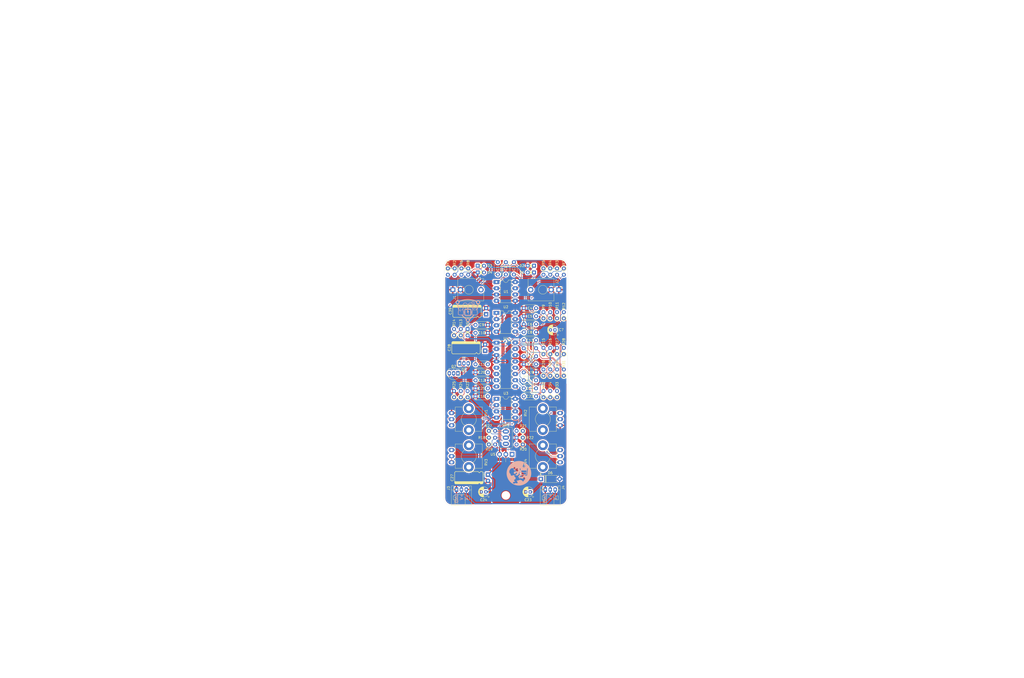
<source format=kicad_pcb>
(kicad_pcb (version 20241229) (generator "pcbnew") (generator_version "9.0")
  (layers (0 "F.Cu" signal) (2 "B.Cu" signal) (13 "F.Paste" user) (15 "B.Paste" user) (5 "F.SilkS" user "F.Silkscreen") (7 "B.SilkS" user "B.Silkscreen") (1 "F.Mask" user) (3 "B.Mask" user) (25 "Edge.Cuts" user))
  (net 0 "")
  (net 1 "Net-(C1-Pad1)")
  (net 2 "Net-(C1-Pad2)")
  (net 3 "Net-(C2-Pad1)")
  (net 4 "Net-(U1A--)")
  (net 5 "Net-(U1B--)")
  (net 6 "Net-(C6-Pad1)")
  (net 7 "GND")
  (net 8 "Net-(C5-Pad1)")
  (net 9 "Net-(U2A-+)")
  (net 10 "Net-(U2A--)")
  (net 11 "D IN")
  (net 12 "Net-(C9-Pad1)")
  (net 13 "Net-(C10-Pad1)")
  (net 14 "Net-(U2B-+)")
  (net 15 "Net-(C13-Pad2)")
  (net 16 "+5V")
  (net 17 "Net-(C13-Pad1)")
  (net 18 "Net-(U3A--)")
  (net 19 "Net-(U4-REF)")
  (net 20 "Net-(U4-CC1)")
  (net 21 "Net-(U4-CC0)")
  (net 22 "Net-(U4-LPF1-IN)")
  (net 23 "Net-(U4-LPF1-OUT)")
  (net 24 "Net-(SW1-B)")
  (net 25 "Net-(U4-LPF2-IN)")
  (net 26 "Net-(U4-OP2-OUT)")
  (net 27 "Net-(U4-OP2-IN)")
  (net 28 "Net-(U4-OP1-OUT)")
  (net 29 "Net-(C19-Pad1)")
  (net 30 "Net-(D6-K)")
  (net 31 "Net-(Q2-B)")
  (net 32 "Net-(SW1-A)")
  (net 33 "D OUT")
  (net 34 "Net-(D5-A)")
  (net 35 "Net-(D1-A)")
  (net 36 "Net-(D1-K)")
  (net 37 "Net-(D3-A)")
  (net 38 "VDD")
  (net 39 "Net-(J2-PadT)")
  (net 40 "VSS")
  (net 41 "TIME")
  (net 42 "Net-(Q1-E)")
  (net 43 "Net-(Q2-E)")
  (net 44 "DELAY")
  (net 45 "FEEDBACK")
  (net 46 "Net-(R15-Pad2)")
  (net 47 "Net-(U2B--)")
  (net 48 "Net-(R21-Pad1)")
  (net 49 "Net-(R22-Pad1)")
  (net 51 "Net-(U4-OP1-IN)")
  (net 52 "Net-(U3B-+)")
  (net 53 "Net-(U3A-+)")
  (net 54 "Net-(U3B--)")
  (net 56 "Net-(C3-Pad2)")
  (net 57 "Net-(R19-Pad1)")
  (net 58 "Net-(C8-Pad2)")
  (footprint "HackSynth:R_Vertical_P2.54mm" (layer "F.Cu") (at 131.75 106.1305 90)
    (property "Reference" "R24")
    (property "Value" "4.7k")
  )
  (footprint "HackSynth:TO-92_Inline - Handsolder" (layer "F.Cu") (at 130.100001 96.390001 180)
    (property "Reference" "Q2")
    (property "Value" "BC337")
  )
  (footprint "HackSynth:R_Vertical_P2.54mm" (layer "F.Cu") (at 156.8805 125.25 180)
    (property "Reference" "R20")
    (property "Value" "56k")
  )
  (footprint "HackSynth:C_Ceramic_D4.5mm_P5.00mm" (layer "F.Cu") (at 157.25 102.5)
    (property "Reference" "C15")
    (property "Value" "100nF")
  )
  (footprint "HackSynth:C_Ceramic_D4.5mm_P5.00mm" (layer "F.Cu") (at 142.700001 105.75 180)
    (property "Reference" "C16")
    (property "Value" "2µ2")
  )
  (footprint "HackSynth:Module 50x100mm" (layer "F.Cu") (at 150 100)
    (property "Reference" "REF**" (hide yes))
    (property "Value" "Untitled" (hide yes))
    (fp_line (start -24.999999 -47) (end -25 47) (stroke (width 0.05)) (layer "Edge.Cuts"))
    (fp_line (start -21.999999 49.999999) (end 22 50) (stroke (width 0.05)) (layer "Edge.Cuts"))
    (fp_line (start 22 -50) (end -21.999999 -50) (stroke (width 0.05)) (layer "Edge.Cuts"))
    (fp_line (start 25 47) (end 25 -47) (stroke (width 0.05)) (layer "Edge.Cuts"))
    (fp_arc (start -25 -47) (mid -24.12132 -49.12132) (end -22 -50) (stroke (width 0.05)) (layer "Edge.Cuts"))
    (fp_arc (start -22 50) (mid -24.12132 49.12132) (end -25 47) (stroke (width 0.05)) (layer "Edge.Cuts"))
    (fp_arc (start 22 -50) (mid 24.12132 -49.12132) (end 25 -47) (stroke (width 0.05)) (layer "Edge.Cuts"))
    (fp_arc (start 25 47) (mid 24.12132 49.12132) (end 22 50) (stroke (width 0.05)) (layer "Edge.Cuts"))
  )
  (footprint "HackSynth:R_Vertical_P2.54mm" (layer "F.Cu") (at 167.999999 74.1305 90)
    (property "Reference" "R10")
    (property "Value" "33k")
  )
  (footprint "HackSynth:Jack_3.5mm" (layer "F.Cu") (at 165 62.5 90)
    (property "Reference" "J2")
    (property "Value" "OUT")
  )
  (footprint "HackSynth:C_Ceramic_D4.5mm_P5.00mm" (layer "F.Cu") (at 137.700001 99.25)
    (property "Reference" "C12")
    (property "Value" "1µF")
  )
  (footprint "HackSynth:CP_Radial_D5.2mm_P2.50mm_LayDown_Mirror" (layer "F.Cu") (at 142.75 138.75 90)
    (property "Reference" "C27")
    (property "Value" "10µF")
  )
  (footprint "HackSynth:C_Ceramic_D4.5mm_P5.00mm" (layer "F.Cu") (at 157.25 86.25)
    (property "Reference" "C14")
    (property "Value" "2.2nF")
  )
  (footprint "HackSynth:C_Ceramic_D4.5mm_P5.00mm" (layer "F.Cu") (at 157.25 83)
    (property "Reference" "C13")
    (property "Value" "1µF")
  )
  (footprint "HackSynth:C_Ceramic_D4.5mm_P5.00mm" (layer "F.Cu") (at 162.25 73.25 180)
    (property "Reference" "C5")
    (property "Value" "2.2nF")
  )
  (footprint "HackSynth:D_Vertical_P2.54mm" (layer "F.Cu") (at 158.8695 52.75)
    (property "Reference" "D2")
    (property "Value" "1N4148")
  )
  (footprint "HackSynth:C_Ceramic_D4.5mm_P5.00mm" (layer "F.Cu") (at 162.25 76.5 180)
    (property "Reference" "C6")
    (property "Value" "680pF")
  )
  (footprint "HackSynth:R_Vertical_P2.54mm" (layer "F.Cu") (at 170.75 97.3805 90)
    (property "Reference" "R30")
    (property "Value" "10k")
  )
  (footprint "HackSynth:R_Vertical_P2.54mm" (layer "F.Cu") (at 168 53.8695 -90)
    (property "Reference" "R4")
    (property "Value" "22k")
  )
  (footprint "HackSynth:CP_Radial_D5.2mm_P2.50mm_LayDown" (layer "F.Cu") (at 141.6 86 90)
    (property "Reference" "C28")
    (property "Value" "47µF")
  )
  (footprint "HackSynth:R_Vertical_P2.54mm" (layer "F.Cu") (at 173.5 53.8695 -90)
    (property "Reference" "R7")
    (property "Value" "1k")
  )
  (footprint "HackSynth:L7805 - TO-220-3_Horizontal_TabDown" (layer "F.Cu") (at 150 129.25 180)
    (property "Reference" "U5")
    (property "Value" "L7805")
  )
  (footprint "HackSynth:D_Vertical_P2.54mm" (layer "F.Cu") (at 158.8695 55.5)
    (property "Reference" "D1")
    (property "Value" "1N4148")
  )
  (footprint "HackSynth:JST_PH_S3B-PH-K_1x03_P2.00mm_Horizontal" (layer "F.Cu") (at 166 143.55)
    (property "Reference" "J4")
    (property "Value" "Conn_01x03")
  )
  (footprint "HackSynth:R_Vertical_P2.54mm" (layer "F.Cu") (at 168 88.6305 90)
    (property "Reference" "R16")
    (property "Value" "56k")
  )
  (footprint "HackSynth:R_Vertical_P2.54mm" (layer "F.Cu") (at 165.25 88.6305 90)
    (property "Reference" "R15")
    (property "Value" "100k")
  )
  (footprint "HackSynth:JST_PH_S3B-PH-K_1x03_P2.00mm_Horizontal" (layer "F.Cu") (at 130 143.55)
    (property "Reference" "J3")
    (property "Value" "Conn_01x03")
  )
  (footprint "HackSynth:C_Ceramic_D4.5mm_P5.00mm" (layer "F.Cu") (at 150 56.3195 90)
    (property "Reference" "C2")
    (property "Value" "68pF")
  )
  (footprint "HackSynth:Jack_3.5mm" (layer "F.Cu") (at 135 62.5 -90)
    (property "Reference" "J1")
    (property "Value" "IN")
  )
  (footprint "HackSynth:C_Ceramic_D4.5mm_P5.00mm" (layer "F.Cu") (at 162.25 79.75 180)
    (property "Reference" "C8")
    (property "Value" "2.2nF")
  )
  (footprint "HackSynth:R_Vertical_P2.54mm" (layer "F.Cu") (at 168 97.3805 90)
    (property "Reference" "R29")
    (property "Value" "100k")
  )
  (footprint "HackSynth:R_Vertical_P2.54mm" (layer "F.Cu") (at 170.75 88.6305 90)
    (property "Reference" "R17")
    (property "Value" "1M")
  )
  (footprint "HackSynth:R_Vertical_P2.54mm" (layer "F.Cu") (at 173.5 88.6305 90)
    (property "Reference" "R28")
    (property "Value" "10k")
  )
  (footprint "HackSynth:DIP-8_W7.62mm_LongPads" (layer "F.Cu") (at 149.99 75.69)
    (property "Reference" "U2")
    (property "Value" "TL072")
  )
  (footprint "HackSynth:R_Vertical_P2.54mm" (layer "F.Cu") (at 129.25 53.8695 -90)
    (property "Reference" "R2")
    (property "Value" "100k")
  )
  (footprint "HackSynth:R_Vertical_P2.54mm" (layer "F.Cu") (at 165.25 106.1305 90)
    (property "Reference" "R32")
    (property "Value" "10k")
  )
  (footprint "HackSynth:C_Ceramic_D4.5mm_P5.00mm" (layer "F.Cu") (at 146.75 51.3195 -90)
    (property "Reference" "C1")
    (property "Value" "220nF")
  )
  (footprint "HackSynth:Potentiometer_Alps_RK09K_Horizontal" (layer "F.Cu") (at 135 115 -90)
    (property "Reference" "RV1")
    (property "Value" "10k")
  )
  (footprint "HackSynth:C_Ceramic_D4.5mm_P5.00mm" (layer "F.Cu") (at 162.25 92.75 180)
    (property "Reference" "C21")
    (property "Value" "10nF")
  )
  (footprint "HackSynth:C_Ceramic_D4.5mm_P5.00mm" (layer "F.Cu") (at 142.700001 96 180)
    (property "Reference" "C20")
    (property "Value" "100nF")
  )
  (footprint "HackSynth:R_Vertical_P2.54mm" (layer "F.Cu") (at 129 106.1305 90)
    (property "Reference" "R25")
    (property "Value" "220R")
  )
  (footprint "HackSynth:C_Ceramic_D4.5mm_P5.00mm" (layer "F.Cu") (at 137.700001 76.75)
    (property "Reference" "C9")
    (property "Value" "680pF")
  )
  (footprint "HackSynth:Potentiometer_Alps_RK09K_Horizontal" (layer "F.Cu") (at 135 130 -90)
    (property "Reference" "RV3")
    (property "Value" "1M")
  )
  (footprint "HackSynth:R_Vertical_P2.54mm" (layer "F.Cu") (at 165.25 74.1305 90)
    (property "Reference" "R9")
    (property "Value" "10k")
  )
  (footprint "HackSynth:R_Vertical_P2.54mm" (layer "F.Cu") (at 173.5 97.3805 90)
    (property "Reference" "R31")
    (property "Value" "15k")
  )
  (footprint "HackSynth:TO-92_Inline - Handsolder" (layer "F.Cu") (at 131.73 92.36)
    (property "Reference" "Q1")
    (property "Value" "BC337")
  )
  (footprint "HackSynth:D_A-405_P7.62mm_Horizontal" (layer "F.Cu") (at 164.19 139.25)
    (property "Reference" "D6")
    (property "Value" "1N4002")
  )
  (footprint "HackSynth:R_Vertical_P2.54mm" (layer "F.Cu") (at 170.75 106.1305 90)
    (property "Reference" "R33")
    (property "Value" "10k")
  )
  (footprint "HackSynth:C_Ceramic_D4.5mm_P5.00mm" (layer "F.Cu") (at 157.25 89.5)
    (property "Reference" "C18")
    (property "Value" "2.2nF")
  )
  (footprint "HackSynth:R_Vertical_P2.54mm" (layer "F.Cu") (at 143.1195 119.75)
    (property "Reference" "R27")
    (property "Value" "10k")
  )
  (footprint "HackSynth:R_Vertical_P2.54mm" (layer "F.Cu") (at 165.25 53.8695 -90)
    (property "Reference" "R5")
    (property "Value" "100k")
  )
  (footprint "HackSynth:R_Vertical_P2.54mm" (layer "F.Cu") (at 156.8805 122.5 180)
    (property "Reference" "R22")
    (property "Value" "4.7k")
  )
  (footprint "HackSynth:C_Ceramic_D4.5mm_P5.00mm" (layer "F.Cu") (at 162.25 105.75 180)
    (property "Reference" "C22")
    (property "Value" "1µF")
  )
  (footprint "HackSynth:R_Vertical_P2.54mm" (layer "F.Cu") (at 129 81 90)
    (property "Reference" "R14")
    (property "Value" "100k")
  )
  (footprint "HackSynth:C_Ceramic_D4.5mm_P5.00mm" (layer "F.Cu") (at 137.700001 92.75)
    (property "Reference" "C11")
    (property "Value" "10nF")
  )
  (footprint "HackSynth:CP_Radial_D4.0mm_P1.50mm" (layer "F.Cu") (at 169 78.8 180)
    (property "Reference" "C7")
    (property "Value" "1uF")
  )
  (footprint "HackSynth:R_Vertical_P2.54mm" (layer "F.Cu") (at 134.75 53.8695 -90)
    (property "Reference" "R8")
    (property "Value" "1k")
  )
  (footprint "HackSynth:R_Vertical_P2.54mm" (layer "F.Cu") (at 143.1195 122.5)
    (property "Reference" "R18")
    (property "Value" "10k")
  )
  (footprint "HackSynth:C_Ceramic_D4.5mm_P5.00mm" (layer "F.Cu") (at 153.25 51.3195 -90)
    (property "Reference" "C3")
    (property "Value" "68pF")
  )
  (footprint "HackSynth:DIP-8_W7.62mm_LongPads" (layer "F.Cu") (at 150 110.56)
    (property "Reference" "U3")
    (property "Value" "TL072")
  )
  (footprint "HackSynth:Potentiometer_Alps_RK09K_Horizontal" (layer "F.Cu") (at 165 130 90)
    (property "Reference" "RV4")
    (property "Value" "10k")
  )
  (footprint "HackSynth:C_Ceramic_D4.5mm_P5.00mm" (layer "F.Cu") (at 137.700001 80)
    (property "Reference" "C10")
    (property "Value" "220pF")
  )
  (footprint "HackSynth:C_Ceramic_D4.5mm_P5.00mm" (layer "F.Cu") (at 142.700001 102.5 180)
    (property "Reference" "C25")
    (property "Value" "100nF")
  )
  (footprint "HackSynth:Switch SPDT - SMTS-102" (layer "F.Cu") (at 150 122.5)
    (property "Reference" "SW1")
    (property "Value" "SW_SPDT" (hide yes))
  )
  (footprint "HackSynth:CP_Radial_D4.0mm_P1.50mm" (layer "F.Cu") (at 159 144.5 180)
    (property "Reference" "C23")
    (property "Value" "10uF 25v")
  )
  (footprint "HackSynth:C_Ceramic_D4.5mm_P5.00mm" (layer "F.Cu") (at 162.25 70 180)
    (property "Reference" "C4")
    (property "Value" "220pF")
  )
  (footprint "HackSynth:C_Ceramic_D4.5mm_P5.00mm" (layer "F.Cu") (at 157.25 99.25)
    (property "Reference" "C17")
    (property "Value" "100nF")
  )
  (footprint "HackSynth:R_Vertical_P2.54mm" (layer "F.Cu") (at 156.8805 119.75 180)
    (property "Reference" "R21")
    (property "Value" "10k")
  )
  (footprint "HackSynth:D_Vertical_P2.54mm" (layer "F.Cu") (at 141.1305 52.75 180)
    (property "Reference" "D3")
    (property "Value" "1N4148")
  )
  (footprint "HackSynth:R_Vertical_P2.54mm" (layer "F.Cu") (at 126.5 53.8695 -90)
    (property "Reference" "R1")
    (property "Value" "100k")
  )
  (footprint "HackSynth:R_Vertical_P2.54mm" (layer "F.Cu") (at 173.5 74.1305 90)
    (property "Reference" "R12")
    (property "Value" "10k")
  )
  (footprint "HackSynth:R_Vertical_P2.54mm" (layer "F.Cu") (at 170.749999 74.1305 90)
    (property "Reference" "R11")
    (property "Value" "100k")
  )
  (footprint "HackSynth:R_Vertical_P2.54mm" (layer "F.Cu") (at 165.25 97.3805 90)
    (property "Reference" "R26")
    (property "Value" "10k")
  )
  (footprint "HackSynth:R_Vertical_P2.54mm" (layer "F.Cu") (at 132 53.8695 -90)
    (property "Reference" "R6")
    (property "Value" "22k")
  )
  (footprint "HackSynth:CP_Radial_D4.0mm_P1.50mm" (layer "F.Cu") (at 141 144.5 180)
    (property "Reference" "C24")
    (property "Value" "1uF 50v")
  )
  (footprint "HackSynth:D_Vertical_P2.54mm" (layer "F.Cu") (at 141.1305 55.5 180)
    (property "Reference" "D4")
    (property "Value" "1N4148")
  )
  (footprint "HackSynth:CP_Radial_D5.2mm_P2.50mm_LayDown" (layer "F.Cu") (at 142 71.2 90)
    (property "Reference" "C39")
    (property "Value" "47µF")
  )
  (footprint "HackSynth:D_Vertical_P2.54mm" (layer "F.Cu") (at 134.5 81 90)
    (property "Reference" "D5")
    (property "Value" "1N4148")
  )
  (footprint "HackSynth:R_Vertical_P2.54mm" (layer "F.Cu") (at 168 106.1305 90)
    (property "Reference" "R34")
    (property "Value" "15k")
  )
  (footprint "HackSynth:R_Vertical_P2.54mm" (layer "F.Cu") (at 134.5 106.1305 90)
    (property "Reference" "R23")
    (property "Value" "100k")
  )
  (footprint "HackSynth:DIP-8_W7.62mm_LongPads" (layer "F.Cu") (at 150 63.19)
    (property "Reference" "U1")
    (property "Value" "TL072")
  )
  (footprint "HackSynth:C_Ceramic_D4.5mm_P5.00mm" (layer "F.Cu") (at 157.25 96)
    (property "Reference" "C19")
    (property "Value" "10nF")
  )
  (footprint "HackSynth:R_Vertical_P2.54mm" (layer "F.Cu") (at 143.1195 125.25)
    (property "Reference" "R19")
    (property "Value" "100k")
  )
  (footprint "HackSynth:DIP-16_W7.62mm_LongPads" (layer "F.Cu") (at 146.19 83.97)
    (property "Reference" "U4")
    (property "Value" "PT2399")
  )
  (footprint "HackSynth:R_Vertical_P2.54mm" (layer "F.Cu") (at 170.75 53.8695 -90)
    (property "Reference" "R3")
    (property "Value" "100k")
  )
  (footprint "HackSynth:R_Vertical_P2.54mm" (layer "F.Cu") (at 131.75 81 90)
    (property "Reference" "R13")
    (property "Value" "33k")
  )
  (footprint "HackSynth:Potentiometer_Alps_RK09K_Horizontal" (layer "F.Cu") (at 165 115 90)
    (property "Reference" "RV2")
    (property "Value" "10k")
  )
  (footprint "HackSynth:Logo - PancakeLegend 10mm" (layer "B.Cu") (at 155.3 136.925 180)
    (property "Reference" "G2" (hide yes))
    (property "Value" "~" (hide yes))
  )
  (footprint "HackSynth:Logo - CCHS 10mm" (layer "B.Cu") (at 134.6 70.975 180)
    (property "Reference" "G1" (hide yes))
    (property "Value" "~" (hide yes))
  )
  (segment (start 132.5185 50.601) (end 129.25 53.8695) (width 0.2) (layer "B.Cu") (net 1))
  (segment (start 146.0315 50.601) (end 132.5185 50.601) (width 0.2) (layer "B.Cu") (net 1))
  (segment (start 146.75 51.3195) (end 146.0315 50.601) (width 0.2) (layer "B.Cu") (net 1))
  (segment (start 126.5 53.8695) (end 129.25 53.8695) (width 0.2) (layer "B.Cu") (net 1))
  (segment (start 139.919999 60.180001) (end 139.919999 62.5) (width 0.2) (layer "F.Cu") (net 2))
  (segment (start 146.75 56.3195) (end 143.7805 56.3195) (width 0.2) (layer "F.Cu") (net 2))
  (segment (start 143.7805 56.3195) (end 139.919999 60.180001) (width 0.2) (layer "F.Cu") (net 2))
  (segment (start 150 56.3195) (end 146.9395 59.38) (width 0.2) (layer "B.Cu") (net 3))
  (segment (start 140.2605 59.38) (end 146.19 59.38) (width 0.2) (layer "B.Cu") (net 3))
  (segment (start 134.75 53.8695) (end 140.2605 59.38) (width 0.2) (layer "B.Cu") (net 3))
  (segment (start 132 53.8695) (end 134.75 53.8695) (width 0.2) (layer "B.Cu") (net 3))
  (segment (start 146.9395 59.38) (end 146.19 59.38) (width 0.2) (layer "B.Cu") (net 3))
  (segment (start 148.4 52.9195) (end 148.4 61.5) (width 0.2) (layer "F.Cu") (net 4))
  (segment (start 148.4 61.5) (end 147.98 61.92) (width 0.2) (layer "F.Cu") (net 4))
  (segment (start 150 51.3195) (end 148.4 52.9195) (width 0.2) (layer "F.Cu") (net 4))
  (segment (start 147.98 61.92) (end 146.19 61.92) (width 0.2) (layer "F.Cu") (net 4))
  (segment (start 165.25 53.8695) (end 162.3825 51.002) (width 0.2) (layer "B.Cu") (net 4))
  (segment (start 133.1095 55.3) (end 135.6134 55.3) (width 0.2) (layer "B.Cu") (net 4))
  (segment (start 132 56.4095) (end 133.1095 55.3) (width 0.2) (layer "B.Cu") (net 4))
  (segment (start 135.6134 55.3) (end 140.0944 59.781) (width 0.2) (layer "B.Cu") (net 4))
  (segment (start 151.4305 52.75) (end 150 51.3195) (width 0.2) (layer "B.Cu") (net 4))
  (segment (start 142.2 59.781) (end 144.339 61.92) (width 0.2) (layer "B.Cu") (net 4))
  (segment (start 140.0944 59.781) (end 142.2 59.781) (width 0.2) (layer "B.Cu") (net 4))
  (segment (start 127.75 57.75) (end 130.6595 57.75) (width 0.2) (layer "B.Cu") (net 4))
  (segment (start 126.5 56.5) (end 127.75 57.75) (width 0.2) (layer "B.Cu") (net 4))
  (segment (start 130.6595 57.75) (end 132 56.4095) (width 0.2) (layer "B.Cu") (net 4))
  (segment (start 144.339 61.92) (end 146.19 61.92) (width 0.2) (layer "B.Cu") (net 4))
  (segment (start 156.248 51.002) (end 154.5 52.75) (width 0.2) (layer "B.Cu") (net 4))
  (segment (start 126.5 56.4095) (end 126.5 56.5) (width 0.2) (layer "B.Cu") (net 4))
  (segment (start 154.5 52.75) (end 151.4305 52.75) (width 0.2) (layer "B.Cu") (net 4))
  (segment (start 162.3825 51.002) (end 156.248 51.002) (width 0.2) (layer "B.Cu") (net 4))
  (segment (start 150 52.7) (end 151.8695 52.7) (width 0.2) (layer "F.Cu") (net 5))
  (segment (start 153.25 51.3195) (end 156.3 54.3695) (width 0.2) (layer "F.Cu") (net 5))
  (segment (start 156.3 54.3695) (end 156.3 62.6) (width 0.2) (layer "F.Cu") (net 5))
  (segment (start 151.8695 52.7) (end 153.25 51.3195) (width 0.2) (layer "F.Cu") (net 5))
  (segment (start 154.44 64.46) (end 153.81 64.46) (width 0.2) (layer "F.Cu") (net 5))
  (segment (start 156.3 62.6) (end 154.44 64.46) (width 0.2) (layer "F.Cu") (net 5))
  (via (at 150 52.7) (size 0.6) (drill 0.3) (layers "F.Cu" "B.Cu") (net 5))
  (segment (start 130.5933 55.0662) (end 129.25 56.4095) (width 0.2) (layer "B.Cu") (net 5))
  (segment (start 145.448 52.7) (end 145.274 52.526) (width 0.2) (layer "B.Cu") (net 5))
  (segment (start 168 53.8695) (end 170.75 53.8695) (width 0.2) (layer "B.Cu") (net 5))
  (segment (start 150 52.7) (end 145.448 52.7) (width 0.2) (layer "B.Cu") (net 5))
  (segment (start 143.75 51.002) (end 132.6846 51.002) (width 0.2) (layer "B.Cu") (net 5))
  (segment (start 153.25 51.3195) (end 153.25 51.25) (width 0.2) (layer "B.Cu") (net 5))
  (segment (start 130.5933 53.0933) (end 130.5933 55.0662) (width 0.2) (layer "B.Cu") (net 5))
  (segment (start 145.274 52.526) (end 143.75 51.002) (width 0.2) (layer "B.Cu") (net 5))
  (segment (start 164.7315 50.601) (end 168 53.8695) (width 0.2) (layer "B.Cu") (net 5))
  (segment (start 153.25 51.25) (end 153.899 50.601) (width 0.2) (layer "B.Cu") (net 5))
  (segment (start 153.899 50.601) (end 164.7315 50.601) (width 0.2) (layer "B.Cu") (net 5))
  (segment (start 132.6846 51.002) (end 130.5933 53.0933) (width 0.2) (layer "B.Cu") (net 5))
  (segment (start 162.25 76.5) (end 164.95 76.5) (width 0.2) (layer "F.Cu") (net 6))
  (segment (start 166.65 72.940499) (end 167.999999 71.5905) (width 0.2) (layer "F.Cu") (net 6))
  (segment (start 166.65 74.8) (end 166.65 72.940499) (width 0.2) (layer "F.Cu") (net 6))
  (segment (start 164.95 76.5) (end 166.65 74.8) (width 0.2) (layer "F.Cu") (net 6))
  (segment (start 170.539999 74.1305) (end 170.749999 74.1305) (width 0.2) (layer "B.Cu") (net 6))
  (segment (start 167.999999 71.5905) (end 170.539999 74.1305) (width 0.2) (layer "B.Cu") (net 6))
  (segment (start 155.2 90.3) (end 152.4 90.3) (width 0.5) (layer "F.Cu") (net 7))
  (segment (start 169.375 74.95) (end 169.375 70.925) (width 0.5) (layer "F.Cu") (net 7))
  (via (at 168 91.4) (size 0.6) (drill 0.3) (layers "F.Cu" "B.Cu") (net 7))
  (segment (start 168 88.6305) (end 168 91.4) (width 0.5) (layer "B.Cu") (net 7))
  (segment (start 157.25 73.25) (end 157.25 76.5) (width 0.5) (layer "B.Cu") (net 7))
  (segment (start 150.3 91.6) (end 146.2 91.6) (width 0.5) (layer "B.Cu") (net 7))
  (segment (start 146.2 91.6) (end 146.19 91.59) (width 0.5) (layer "B.Cu") (net 7))
  (segment (start 157.25 92.75) (end 157.159 92.841) (width 0.5) (layer "B.Cu") (net 7))
  (segment (start 167.79 74.1305) (end 167.999999 74.1305) (width 0.2) (layer "B.Cu") (net 8))
  (segment (start 165.25 71.5905) (end 167.79 74.1305) (width 0.2) (layer "B.Cu") (net 8))
  (segment (start 165.25 71.5905) (end 163.5905 73.25) (width 0.2) (layer "B.Cu") (net 8))
  (segment (start 163.5905 73.25) (end 162.25 73.25) (width 0.2) (layer "B.Cu") (net 8))
  (segment (start 156.576049 71.423951) (end 154.9 73.1) (width 0.2) (layer "B.Cu") (net 9))
  (segment (start 169.159499 70) (end 162.5 70) (width 0.2) (layer "B.Cu") (net 9))
  (segment (start 154.9 73.1) (end 150.6 73.1) (width 0.2) (layer "B.Cu") (net 9))
  (segment (start 146.74 76.96) (end 146.18 76.96) (width 0.2) (layer "B.Cu") (net 9))
  (segment (start 162.25 70) (end 160.826049 71.423951) (width 0.2) (layer "B.Cu") (net 9))
  (segment (start 160.826049 71.423951) (end 156.576049 71.423951) (width 0.2) (layer "B.Cu") (net 9))
  (segment (start 170.749999 71.5905) (end 169.159499 70) (width 0.2) (layer "B.Cu") (net 9))
  (segment (start 150.6 73.1) (end 146.74 76.96) (width 0.2) (layer "B.Cu") (net 9))
  (segment (start 149.3 72.9) (end 149.051 73.149) (width 0.2) (layer "F.Cu") (net 10))
  (segment (start 146.18 74.42) (end 146.18 71.88) (width 0.2) (layer "F.Cu") (net 10))
  (segment (start 149.051 80.151) (end 151.4 82.5) (width 0.2) (layer "F.Cu") (net 10))
  (segment (start 149.051 73.149) (end 149.051 80.151) (width 0.2) (layer "F.Cu") (net 10))
  (via (at 151.4 82.5) (size 0.6) (drill 0.3) (layers "F.Cu" "B.Cu") (net 10))
  (via (at 149.3 72.9) (size 0.6) (drill 0.3) (layers "F.Cu" "B.Cu") (net 10))
  (segment (start 151.769 82.869) (end 155.452492 82.869) (width 0.2) (layer "B.Cu") (net 10))
  (segment (start 147.78 74.42) (end 146.18 74.42) (width 0.2) (layer "B.Cu") (net 10))
  (segment (start 156.831493 84.248) (end 155.529246 82.945754) (width 0.2) (layer "B.Cu") (net 10))
  (segment (start 151.4 82.5) (end 151.769 82.869) (width 0.2) (layer "B.Cu") (net 10))
  (segment (start 166.352 84.248) (end 156.831493 84.248) (width 0.2) (layer "B.Cu") (net 10))
  (segment (start 168.1 82.5) (end 166.352 84.248) (width 0.2) (layer "B.Cu") (net 10))
  (segment (start 149.3 72.9) (end 147.78 74.42) (width 0.2) (layer "B.Cu") (net 10))
  (segment (start 168.1 78.8) (end 168.1 82.5) (width 0.2) (layer "B.Cu") (net 10))
  (segment (start 155.452492 82.869) (end 155.529246 82.945754) (width 0.2) (layer "B.Cu") (net 10))
  (segment (start 166.6 94.4) (end 169 92) (width 0.2) (layer "F.Cu") (net 11))
  (segment (start 165.25 97.3805) (end 166.6 96.0305) (width 0.2) (layer "F.Cu") (net 11))
  (segment (start 166.6 94.85) (end 166.6 94.4) (width 0.2) (layer "F.Cu") (net 11))
  (segment (start 166.6 96.0305) (end 166.6 94.85) (width 0.2) (layer "F.Cu") (net 11))
  (via (at 169 92) (size 0.6) (drill 0.3) (layers "F.Cu" "B.Cu") (net 11))
  (segment (start 172.15 89.4134) (end 172.15 87.4405) (width 0.2) (layer "B.Cu") (net 11))
  (segment (start 170.20475 82.79525) (end 173.5 86.0905) (width 0.2) (layer "B.Cu") (net 11))
  (segment (start 169.9 78.8) (end 169.9 82.4905) (width 0.2) (layer "B.Cu") (net 11))
  (segment (start 169.9 82.4905) (end 170.20475 82.79525) (width 0.2) (layer "B.Cu") (net 11))
  (segment (start 169 92) (end 169.5634 92) (width 0.2) (layer "B.Cu") (net 11))
  (segment (start 172.15 87.4405) (end 173.5 86.0905) (width 0.2) (layer "B.Cu") (net 11))
  (segment (start 169.5634 92) (end 172.15 89.4134) (width 0.2) (layer "B.Cu") (net 11))
  (segment (start 133.46 76.75) (end 137.700001 76.75) (width 0.2) (layer "F.Cu") (net 12))
  (segment (start 129.21 81) (end 131.75 78.46) (width 0.2) (layer "F.Cu") (net 12))
  (segment (start 131.75 78.46) (end 133.46 76.75) (width 0.2) (layer "F.Cu") (net 12))
  (segment (start 129 81) (end 129.21 81) (width 0.2) (layer "B.Cu") (net 12))
  (segment (start 137.700001 80) (end 137.700001 92.75) (width 0.2) (layer "F.Cu") (net 13))
  (segment (start 129 78.46) (end 130.29 79.75) (width 0.2) (layer "B.Cu") (net 13))
  (segment (start 130.29 79.75) (end 137.450001 79.75) (width 0.2) (layer "B.Cu") (net 13))
  (segment (start 137.261001 79.561) (end 137.700001 80) (width 0.2) (layer "B.Cu") (net 13))
  (segment (start 137.450001 79.75) (end 137.700001 80) (width 0.2) (layer "B.Cu") (net 13))
  (segment (start 153.9 79.5) (end 155.6 81.2) (width 0.2) (layer "F.Cu") (net 14))
  (segment (start 153.8 79.5) (end 153.9 79.5) (width 0.2) (layer "F.Cu") (net 14))
  (segment (start 155.6 83.86645) (end 156.03355 84.3) (width 0.2) (layer "F.Cu") (net 14))
  (segment (start 155.6 81.2) (end 155.6 83.86645) (width 0.2) (layer "F.Cu") (net 14))
  (via (at 156.03355 84.3) (size 0.6) (drill 0.3) (layers "F.Cu" "B.Cu") (net 14))
  (segment (start 168.349 84.649) (end 169.4 85.7) (width 0.2) (layer "B.Cu") (net 14))
  (segment (start 170.7305 88.6305) (end 170.75 88.6305) (width 0.2) (layer "B.Cu") (net 14))
  (segment (start 146.9 90.4) (end 145.050001 90.4) (width 0.2) (layer "B.Cu") (net 14))
  (segment (start 152.1 85.2) (end 146.9 90.4) (width 0.2) (layer "B.Cu") (net 14))
  (segment (start 156.38255 84.649) (end 168.349 84.649) (width 0.2) (layer "B.Cu") (net 14))
  (segment (start 156.2 84.3) (end 156.2 84.3329) (width 0.2) (layer "B.Cu") (net 14))
  (segment (start 156.03355 84.3) (end 156.38255 84.649) (width 0.2) (layer "B.Cu") (net 14))
  (segment (start 155.16645 85.2) (end 152.1 85.2) (width 0.2) (layer "B.Cu") (net 14))
  (segment (start 153.9 79.5) (end 153.8 79.5) (width 0.2) (layer "B.Cu") (net 14))
  (segment (start 145.050001 90.4) (end 142.700001 92.75) (width 0.2) (layer "B.Cu") (net 14))
  (segment (start 169.4 85.7) (end 169.4 87.3) (width 0.2) (layer "B.Cu") (net 14))
  (segment (start 156.03355 84.3329) (end 155.16645 85.2) (width 0.2) (layer "B.Cu") (net 14))
  (segment (start 169.4 87.3) (end 170.7305 88.6305) (width 0.2) (layer "B.Cu") (net 14))
  (segment (start 161.149 88.551) (end 160.825 88.875) (width 0.2) (layer "F.Cu") (net 15))
  (segment (start 162.25 83) (end 161.149 84.101) (width 0.2) (layer "F.Cu") (net 15))
  (segment (start 160.3 89.4) (end 160.825 88.875) (width 0.2) (layer "F.Cu") (net 15))
  (segment (start 161.149 84.101) (end 161.149 88.551) (width 0.2) (layer "F.Cu") (net 15))
  (segment (start 160.3 90.35) (end 160.3 89.4) (width 0.2) (layer "F.Cu") (net 15))
  (via (at 160.3 90.35) (size 0.6) (drill 0.3) (layers "F.Cu" "B.Cu") (net 15))
  (segment (start 160.3 90.8) (end 160.3 90.35) (width 0.2) (layer "B.Cu") (net 15))
  (segment (start 168 94.8405) (end 165.9095 92.75) (width 0.2) (layer "B.Cu") (net 15))
  (segment (start 165.9095 92.75) (end 162.25 92.75) (width 0.2) (layer "B.Cu") (net 15))
  (segment (start 170.75 97.3805) (end 168.21 94.8405) (width 0.2) (layer "B.Cu") (net 15))
  (segment (start 168.21 94.8405) (end 168 94.8405) (width 0.2) (layer "B.Cu") (net 15))
  (segment (start 162.25 92.75) (end 160.3 90.8) (width 0.2) (layer "B.Cu") (net 15))
  (segment (start 173.5 97.3805) (end 170.75 97.3805) (width 0.2) (layer "B.Cu") (net 15))
  (segment (start 149.2 116.4) (end 149.2 116.9) (width 0.5) (layer "F.Cu") (net 16))
  (segment (start 149.201 116.351) (end 149.201 85.6) (width 0.5) (layer "F.Cu") (net 16))
  (segment (start 149.25 116.4) (end 149.201 116.351) (width 0.5) (layer "F.Cu") (net 16))
  (segment (start 149.201 83.949) (end 149.75 83.4) (width 0.5) (layer "F.Cu") (net 16))
  (segment (start 147.46 118.64) (end 148.95 117.15) (width 0.5) (layer "F.Cu") (net 16))
  (segment (start 149.201 85.6) (end 149.201 83.949) (width 0.5) (layer "F.Cu") (net 16))
  (segment (start 149.201 85.6) (end 149.201 85.301) (width 0.5) (layer "F.Cu") (net 16))
  (segment (start 149.2 116.9) (end 148.95 117.15) (width 0.5) (layer "F.Cu") (net 16))
  (segment (start 149.201 85.301) (end 149.2 85.3) (width 0.5) (layer "F.Cu") (net 16))
  (segment (start 147.46 129.25) (end 147.46 118.64) (width 0.5) (layer "F.Cu") (net 16))
  (via (at 149.2 116.4) (size 0.6) (drill 0.3) (layers "F.Cu" "B.Cu") (net 16))
  (via (at 149.75 83.4) (size 0.6) (drill 0.3) (layers "F.Cu" "B.Cu") (net 16))
  (segment (start 145 142.25) (end 145 139.75) (width 0.5) (layer "B.Cu") (net 16))
  (segment (start 148.75 116.9) (end 148.55 116.9) (width 0.5) (layer "B.Cu") (net 16))
  (segment (start 134.5 81) (end 135.8 82.3) (width 0.5) (layer "B.Cu") (net 16))
  (segment (start 145.2695 116.9) (end 134.5 106.1305) (width 0.5) (layer "B.Cu") (net 16))
  (segment (start 147.46 129.25) (end 147.46 132.790001) (width 0.5) (layer "B.Cu") (net 16))
  (segment (start 146.19 83.97) (end 149.18 83.97) (width 0.5) (layer "B.Cu") (net 16))
  (segment (start 144.37 83.97) (end 146.19 83.97) (width 0.5) (layer "B.Cu") (net 16))
  (segment (start 142.7 82.3) (end 144.37 83.97) (width 0.5) (layer "B.Cu") (net 16))
  (segment (start 142.75 144.5) (end 145 142.25) (width 0.5) (layer "B.Cu") (net 16))
  (segment (start 135.8 82.3) (end 142.7 82.3) (width 0.5) (layer "B.Cu") (net 16))
  (segment (start 147.46 132.790001) (end 142.75 137.500001) (width 0.5) (layer "B.Cu") (net 16))
  (segment (start 145 139.75) (end 142.750001 137.500001) (width 0.5) (layer "B.Cu") (net 16))
  (segment (start 141.9 144.5) (end 142.75 144.5) (width 0.5) (layer "B.Cu") (net 16))
  (segment (start 142.750001 137.500001) (end 142.75 137.500001) (width 0.5) (layer "B.Cu") (net 16))
  (segment (start 149.18 83.97) (end 149.75 83.4) (width 0.5) (layer "B.Cu") (net 16))
  (segment (start 149.25 116.4) (end 148.75 116.9) (width 0.5) (layer "B.Cu") (net 16))
  (segment (start 148.55 116.9) (end 145.2695 116.9) (width 0.5) (layer "B.Cu") (net 16))
  (segment (start 158.7 89) (end 158.7 84.45) (width 0.2) (layer "F.Cu") (net 17))
  (segment (start 158.525 84.275) (end 157.25 83) (width 0.2) (layer "F.Cu") (net 17))
  (segment (start 158.7 84.45) (end 158.525 84.275) (width 0.2) (layer "F.Cu") (net 17))
  (via (at 158.7 89) (size 0.6) (drill 0.3) (layers "F.Cu" "B.Cu") (net 17))
  (segment (start 161 93.2) (end 161.7 93.9) (width 0.2) (layer "B.Cu") (net 17))
  (segment (start 161.7 93.9) (end 164.3095 93.9) (width 0.2) (layer "B.Cu") (net 17))
  (segment (start 161 92.2) (end 161 93.2) (width 0.2) (layer "B.Cu") (net 17))
  (segment (start 164.3095 93.9) (end 165.25 94.8405) (width 0.2) (layer "B.Cu") (net 17))
  (segment (start 158.7 89.9) (end 161 92.2) (width 0.2) (layer "B.Cu") (net 17))
  (segment (start 158.7 89) (end 158.7 89.9) (width 0.2) (layer "B.Cu") (net 17))
  (segment (start 142.620768 115.1) (end 141.7 115.1) (width 0.2) (layer "F.Cu") (net 18))
  (segment (start 144.3 111) (end 146.01 109.29) (width 0.2) (layer "F.Cu") (net 18))
  (segment (start 146.01 109.29) (end 146.19 109.29) (width 0.2) (layer "F.Cu") (net 18))
  (segment (start 144.3 113.420768) (end 143.285384 114.435384) (width 0.2) (layer "F.Cu") (net 18))
  (segment (start 144.3 113.420768) (end 144.3 111) (width 0.2) (layer "F.Cu") (net 18))
  (segment (start 143.285384 114.435384) (end 142.620768 115.1) (width 0.2) (layer "F.Cu") (net 18))
  (via (at 141.7 115.1) (size 0.6) (drill 0.3) (layers "F.Cu" "B.Cu") (net 18))
  (segment (start 144.09 109.29) (end 146.19 109.29) (width 0.2) (layer "B.Cu") (net 18))
  (segment (start 142.700001 107.900001) (end 144.09 109.29) (width 0.2) (layer "B.Cu") (net 18))
  (segment (start 142.700001 105.75) (end 142.700001 107.900001) (width 0.2) (layer "B.Cu") (net 18))
  (segment (start 141.3 122.2) (end 141.6 122.5) (width 0.2) (layer "B.Cu") (net 18))
  (segment (start 141.7 115.1) (end 141.3 115.5) (width 0.2) (layer "B.Cu") (net 18))
  (segment (start 141.6 122.5) (end 143.1195 122.5) (width 0.2) (layer "B.Cu") (net 18))
  (segment (start 141.3 115.5) (end 141.3 122.2) (width 0.2) (layer "B.Cu") (net 18))
  (segment (start 143.650001 87.249999) (end 144.39 86.51) (width 0.2) (layer "B.Cu") (net 19))
  (segment (start 144.39 86.51) (end 146.19 86.51) (width 0.2) (layer "B.Cu") (net 19))
  (segment (start 141.6 87.249999) (end 143.650001 87.249999) (width 0.2) (layer "B.Cu") (net 19))
  (segment (start 145.910001 99.21) (end 142.700001 96) (width 0.2) (layer "B.Cu") (net 20))
  (segment (start 146.19 99.21) (end 145.910001 99.21) (width 0.2) (layer "B.Cu") (net 20))
  (segment (start 146.19 101.75) (end 143.450001 101.75) (width 0.2) (layer "B.Cu") (net 21))
  (segment (start 143.450001 101.75) (end 142.700001 102.5) (width 0.2) (layer "B.Cu") (net 21))
  (segment (start 157.25 86.25) (end 154.97 83.97) (width 0.2) (layer "F.Cu") (net 22))
  (segment (start 154.97 83.97) (end 153.81 83.97) (width 0.2) (layer "F.Cu") (net 22))
  (segment (start 162.1 91.1) (end 162.65 91.1) (width 0.2) (layer "B.Cu") (net 22))
  (segment (start 163.899 92.349) (end 168.2585 92.349) (width 0.2) (layer "B.Cu") (net 22))
  (segment (start 162.65 91.1) (end 163.899 92.349) (width 0.2) (layer "B.Cu") (net 22))
  (segment (start 170.75 94.8405) (end 168.30475 92.39525) (width 0.2) (layer "B.Cu") (net 22))
  (segment (start 157.25 86.25) (end 162.1 91.1) (width 0.2) (layer "B.Cu") (net 22))
  (segment (start 168.2585 92.349) (end 168.30475 92.39525) (width 0.2) (layer "B.Cu") (net 22))
  (segment (start 170.75 92.2342) (end 168.9168 90.401) (width 0.2) (layer "F.Cu") (net 23))
  (segment (start 163.75 87.75) (end 162.25 86.25) (width 0.2) (layer "F.Cu") (net 23))
  (segment (start 170.75 93.05) (end 170.75 92.2342) (width 0.2) (layer "F.Cu") (net 23))
  (segment (start 163.75 89.45) (end 163.75 87.75) (width 0.2) (layer "F.Cu") (net 23))
  (segment (start 164.701 90.401) (end 163.75 89.45) (width 0.2) (layer "F.Cu") (net 23))
  (segment (start 168.9168 90.401) (end 164.701 90.401) (width 0.2) (layer "F.Cu") (net 23))
  (via (at 170.75 93.05) (size 0.6) (drill 0.3) (layers "F.Cu" "B.Cu") (net 23))
  (segment (start 173.5 94.8405) (end 171.7095 93.05) (width 0.2) (layer "B.Cu") (net 23))
  (segment (start 171.7095 93.05) (end 170.75 93.05) (width 0.2) (layer "B.Cu") (net 23))
  (segment (start 155.85 85.25) (end 156.05 85.05) (width 0.2) (layer "B.Cu") (net 23))
  (segment (start 154.59 86.51) (end 155.85 85.25) (width 0.2) (layer "B.Cu") (net 23))
  (segment (start 153.81 86.51) (end 154.59 86.51) (width 0.2) (layer "B.Cu") (net 23))
  (segment (start 156.05 85.05) (end 161.05 85.05) (width 0.2) (layer "B.Cu") (net 23))
  (segment (start 161.05 85.05) (end 162.25 86.25) (width 0.2) (layer "B.Cu") (net 23))
  (segment (start 164.9766 103.5905) (end 163.68355 104.88355) (width 0.2) (layer "F.Cu") (net 24))
  (segment (start 165.25 103.5905) (end 165.25 100.1305) (width 0.2) (layer "F.Cu") (net 24))
  (segment (start 154.9451 115.872) (end 152.141432 115.872) (width 0.2) (layer "F.Cu") (net 24))
  (segment (start 163.68355 104.88355) (end 163.68355 107.13355) (width 0.2) (layer "F.Cu") (net 24))
  (segment (start 150.65 122.5) (end 150 122.5) (width 0.2) (layer "F.Cu") (net 24))
  (segment (start 163.68355 107.13355) (end 154.9451 115.872) (width 0.2) (layer "F.Cu") (net 24))
  (segment (start 165.25 100.1305) (end 168 97.3805) (width 0.2) (layer "F.Cu") (net 24))
  (segment (start 151.7 121.45) (end 150.65 122.5) (width 0.2) (layer "F.Cu") (net 24))
  (segment (start 151.7 116.313432) (end 151.7 121.45) (width 0.2) (layer "F.Cu") (net 24))
  (segment (start 165.25 103.5905) (end 164.9766 103.5905) (width 0.2) (layer "F.Cu") (net 24))
  (segment (start 152.141432 115.872) (end 151.7 116.313432) (width 0.2) (layer "F.Cu") (net 24))
  (segment (start 147.8 121) (end 149.3 122.5) (width 0.2) (layer "B.Cu") (net 24))
  (segment (start 144.3695 121) (end 147.8 121) (width 0.2) (layer "B.Cu") (net 24))
  (segment (start 155.55 89.05) (end 156 89.5) (width 0.2) (layer "B.Cu") (net 24))
  (segment (start 149.3 122.5) (end 150 122.5) (width 0.2) (layer "B.Cu") (net 24))
  (segment (start 157.25 89.5) (end 157.7329 89.5) (width 0.2) (layer "B.Cu") (net 24))
  (segment (start 153.81 89.05) (end 155.55 89.05) (width 0.2) (layer "B.Cu") (net 24))
  (segment (start 143.1195 119.75) (end 144.3695 121) (width 0.2) (layer "B.Cu") (net 24))
  (segment (start 156 89.5) (end 157.25 89.5) (width 0.2) (layer "B.Cu") (net 24))
  (segment (start 157.7329 89.5) (end 160.599 92.3661) (width 0.2) (layer "B.Cu") (net 24))
  (segment (start 162.6 94.3) (end 164.4 96.1) (width 0.2) (layer "B.Cu") (net 24))
  (segment (start 164.4 96.1) (end 166.7195 96.1) (width 0.2) (layer "B.Cu") (net 24))
  (segment (start 160.599 93.3661) (end 161.5329 94.3) (width 0.2) (layer "B.Cu") (net 24))
  (segment (start 161.5329 94.3) (end 162.6 94.3) (width 0.2) (layer "B.Cu") (net 24))
  (segment (start 166.7195 96.1) (end 168 97.3805) (width 0.2) (layer "B.Cu") (net 24))
  (segment (start 160.599 92.3661) (end 160.599 93.3661) (width 0.2) (layer "B.Cu") (net 24))
  (segment (start 159.15 92.6) (end 161.3 90.45) (width 0.2) (layer "F.Cu") (net 25))
  (segment (start 160.7 91.05) (end 161.3 90.45) (width 0.2) (layer "F.Cu") (net 25))
  (segment (start 161.3 90.45) (end 162.25 89.5) (width 0.2) (layer "F.Cu") (net 25))
  (via (at 159.15 92.6) (size 0.6) (drill 0.3) (layers "F.Cu" "B.Cu") (net 25))
  (segment (start 158.14 91.59) (end 159.15 92.6) (width 0.2) (layer "B.Cu") (net 25))
  (segment (start 167.8585 100.699) (end 168.37975 101.22025) (width 0.2) (layer "B.Cu") (net 25))
  (segment (start 170.75 103.5905) (end 168.37975 101.22025) (width 0.2) (layer "B.Cu") (net 25))
  (segment (start 159.15 92.6) (end 159.15 98.85) (width 0.2) (layer "B.Cu") (net 25))
  (segment (start 159.15 98.85) (end 160.999 100.699) (width 0.2) (layer "B.Cu") (net 25))
  (segment (start 153.81 91.59) (end 158.14 91.59) (width 0.2) (layer "B.Cu") (net 25))
  (segment (start 160.999 100.699) (end 167.8585 100.699) (width 0.2) (layer "B.Cu") (net 25))
  (segment (start 154.33 94.13) (end 153.81 94.13) (width 0.2) (layer "F.Cu") (net 26))
  (segment (start 155.7 95.3) (end 154.53 94.13) (width 0.2) (layer "B.Cu") (net 26))
  (segment (start 165.75475 101.34525) (end 165.5095 101.1) (width 0.2) (layer "B.Cu") (net 26))
  (segment (start 165.5095 101.1) (end 160.9 101.1) (width 0.2) (layer "B.Cu") (net 26))
  (segment (start 168 103.5905) (end 165.75475 101.34525) (width 0.2) (layer "B.Cu") (net 26))
  (segment (start 160.8329 101.1) (end 160.9 101.1) (width 0.2) (layer "B.Cu") (net 26))
  (segment (start 154.53 94.13) (end 153.81 94.13) (width 0.2) (layer "B.Cu") (net 26))
  (segment (start 157.25 99.25) (end 158.9829 99.25) (width 0.2) (layer "B.Cu") (net 26))
  (segment (start 158.9829 99.25) (end 160.8329 101.1) (width 0.2) (layer "B.Cu") (net 26))
  (segment (start 157.25 99.25) (end 155.7 97.7) (width 0.2) (layer "B.Cu") (net 26))
  (segment (start 155.7 97.7) (end 155.7 95.3) (width 0.2) (layer "B.Cu") (net 26))
  (segment (start 157.8 94.8) (end 162.25 99.25) (width 0.2) (layer "F.Cu") (net 27))
  (segment (start 154.73 96.67) (end 156.6 94.8) (width 0.2) (layer "F.Cu") (net 27))
  (segment (start 156.6 94.8) (end 157.8 94.8) (width 0.2) (layer "F.Cu") (net 27))
  (segment (start 153.81 96.67) (end 154.73 96.67) (width 0.2) (layer "F.Cu") (net 27))
  (segment (start 156.06 104) (end 153.81 101.75) (width 0.2) (layer "F.Cu") (net 28))
  (segment (start 158.1 104) (end 156.06 104) (width 0.2) (layer "F.Cu") (net 28))
  (segment (start 159.6 102.5) (end 158.1 104) (width 0.2) (layer "F.Cu") (net 28))
  (segment (start 160 102.5) (end 159.6 102.5) (width 0.2) (layer "F.Cu") (net 28))
  (via (at 160 102.5) (size 0.6) (drill 0.3) (layers "F.Cu" "B.Cu") (net 28))
  (segment (start 160 102.5) (end 162.25 102.5) (width 0.2) (layer "B.Cu") (net 28))
  (segment (start 158.4329 96) (end 157.25 96) (width 0.2) (layer "F.Cu") (net 29))
  (segment (start 160.7 98.2671) (end 158.4329 96) (width 0.2) (layer "F.Cu") (net 29))
  (segment (start 160.7 104.1) (end 160.7 98.2671) (width 0.2) (layer "F.Cu") (net 29))
  (via (at 160.7 104.1) (size 0.6) (drill 0.3) (layers "F.Cu" "B.Cu") (net 29))
  (segment (start 163.2 104.1) (end 160.7 104.1) (width 0.2) (layer "B.Cu") (net 29))
  (segment (start 165.25 106.1305) (end 163.3195 104.2) (width 0.2) (layer "B.Cu") (net 29))
  (segment (start 163.3195 104.2) (end 163.3 104.2) (width 0.2) (layer "B.Cu") (net 29))
  (segment (start 168 106.1305) (end 165.25 106.1305) (width 0.2) (layer "B.Cu") (net 29))
  (segment (start 170.75 106.1305) (end 168 106.1305) (width 0.2) (layer "B.Cu") (net 29))
  (segment (start 163.3 104.2) (end 163.2 104.1) (width 0.2) (layer "B.Cu") (net 29))
  (segment (start 161 144.5) (end 164.19 141.31) (width 0.2) (layer "B.Cu") (net 30))
  (segment (start 159.9 144.5) (end 161 144.5) (width 0.2) (layer "B.Cu") (net 30))
  (segment (start 152.54 133.29) (end 158.5 139.25) (width 0.2) (layer "B.Cu") (net 30))
  (segment (start 164.19 141.31) (end 164.19 139.25) (width 0.2) (layer "B.Cu") (net 30))
  (segment (start 158.5 139.25) (end 164.19 139.25) (width 0.2) (layer "B.Cu") (net 30))
  (segment (start 152.54 129.25) (end 152.54 133.29) (width 0.2) (layer "B.Cu") (net 30))
  (segment (start 168.5 130) (end 166.7 128.2) (width 0.2) (layer "F.Cu") (net 31))
  (segment (start 171.999999 130) (end 168.5 130) (width 0.2) (layer "F.Cu") (net 31))
  (via (at 166.7 128.2) (size 0.6) (drill 0.3) (layers "F.Cu" "B.Cu") (net 31))
  (segment (start 137.700001 99.25) (end 140.2 101.749999) (width 0.2) (layer "B.Cu") (net 31))
  (segment (start 128.83 97.43) (end 128.83 96.390001) (width 0.2) (layer "B.Cu") (net 31))
  (segment (start 144.8329 110.6) (end 154.9 110.6) (width 0.2) (layer "B.Cu") (net 31))
  (segment (start 158.901 123.3863) (end 158.901 119.701) (width 0.2) (layer "B.Cu") (net 31))
  (segment (start 155.9 111.6) (end 155.9 116.7) (width 0.2) (layer "B.Cu") (net 31))
  (segment (start 140.2 101.749999) (end 140.2 105.9671) (width 0.2) (layer "B.Cu") (net 31))
  (segment (start 155.9 116.7) (end 156.05 116.85) (width 0.2) (layer "B.Cu") (net 31))
  (segment (start 140.2 105.9671) (end 144.8329 110.6) (width 0.2) (layer "B.Cu") (net 31))
  (segment (start 163.9627 128.448) (end 158.901 123.3863) (width 0.2) (layer "B.Cu") (net 31))
  (segment (start 137.700001 99.25) (end 130.65 99.25) (width 0.2) (layer "B.Cu") (net 31))
  (segment (start 166.452 128.448) (end 163.9627 128.448) (width 0.2) (layer "B.Cu") (net 31))
  (segment (start 130.65 99.25) (end 128.83 97.43) (width 0.2) (layer "B.Cu") (net 31))
  (segment (start 158.901 119.701) (end 156.05 116.85) (width 0.2) (layer "B.Cu") (net 31))
  (segment (start 154.9 110.6) (end 155.9 111.6) (width 0.2) (layer "B.Cu") (net 31))
  (segment (start 166.7 128.2) (end 166.452 128.448) (width 0.2) (layer "B.Cu") (net 31))
  (segment (start 154.779 115.471) (end 157.25 113) (width 0.2) (layer "F.Cu") (net 32))
  (segment (start 154.55 115.471) (end 154.779 115.471) (width 0.2) (layer "F.Cu") (net 32))
  (segment (start 150 117.446332) (end 151.975332 115.471) (width 0.2) (layer "F.Cu") (net 32))
  (segment (start 150 120) (end 150 117.446332) (width 0.2) (layer "F.Cu") (net 32))
  (segment (start 157.25 113) (end 157.25 105.75) (width 0.2) (layer "F.Cu") (net 32))
  (segment (start 151.975332 115.471) (end 154.55 115.471) (width 0.2) (layer "F.Cu") (net 32))
  (segment (start 150 120) (end 145.9095 120) (width 0.2) (layer "B.Cu") (net 32))
  (segment (start 145.9095 120) (end 145.6595 119.75) (width 0.2) (layer "B.Cu") (net 32))
  (segment (start 174.4 83.15) (end 174.4 75.0305) (width 0.2) (layer "F.Cu") (net 33))
  (segment (start 162.25 105.75) (end 163.95 104.05) (width 0.2) (layer "F.Cu") (net 33))
  (segment (start 163.95 104.05) (end 163.95 100.8634) (width 0.2) (layer "F.Cu") (net 33))
  (segment (start 174.4 75.0305) (end 173.5 74.1305) (width 0.2) (layer "F.Cu") (net 33))
  (segment (start 169.55 95.11245) (end 169.55 92.55) (width 0.2) (layer "F.Cu") (net 33))
  (segment (start 167.5 96.1) (end 168.56245 96.1) (width 0.2) (layer "F.Cu") (net 33))
  (segment (start 163.95 100.8634) (end 166.6317 98.1817) (width 0.2) (layer "F.Cu") (net 33))
  (segment (start 172.35 85.2) (end 174.4 83.15) (width 0.2) (layer "F.Cu") (net 33))
  (segment (start 166.6317 98.1817) (end 166.6317 96.9683) (width 0.2) (layer "F.Cu") (net 33))
  (segment (start 168.56245 96.1) (end 169.55 95.11245) (width 0.2) (layer "F.Cu") (net 33))
  (segment (start 166.6317 96.9683) (end 167.5 96.1) (width 0.2) (layer "F.Cu") (net 33))
  (segment (start 172.35 87.4805) (end 172.35 85.2) (width 0.2) (layer "F.Cu") (net 33))
  (segment (start 173.5 88.6305) (end 172.35 87.4805) (width 0.2) (layer "F.Cu") (net 33))
  (via (at 169.55 92.55) (size 0.6) (drill 0.3) (layers "F.Cu" "B.Cu") (net 33))
  (segment (start 173.5 88.6305) (end 169.55 92.5805) (width 0.2) (layer "B.Cu") (net 33))
  (segment (start 133.501 94.063899) (end 133.000001 93.5629) (width 0.2) (layer "F.Cu") (net 34))
  (segment (start 133.5 102.5905) (end 133.5 94.397099) (width 0.2) (layer "F.Cu") (net 34))
  (segment (start 134.5 103.5905) (end 133.5 102.5905) (width 0.2) (layer "F.Cu") (net 34))
  (segment (start 133.000001 92.36) (end 133.000001 79.959999) (width 0.2) (layer "F.Cu") (net 34))
  (segment (start 133.5 94.397099) (end 133.501 94.396099) (width 0.2) (layer "F.Cu") (net 34))
  (segment (start 133.000001 93.5629) (end 133.000001 92.36) (width 0.2) (layer "F.Cu") (net 34))
  (segment (start 133.000001 79.959999) (end 134.5 78.46) (width 0.2) (layer "F.Cu") (net 34))
  (segment (start 133.501 94.396099) (end 133.501 94.063899) (width 0.2) (layer "F.Cu") (net 34))
  (segment (start 139.710001 72.449999) (end 142 72.449999) (width 0.2) (layer "B.Cu") (net 34))
  (segment (start 134.5 77.66) (end 139.710001 72.449999) (width 0.2) (layer "B.Cu") (net 34))
  (segment (start 134.5 78.46) (end 134.5 77.66) (width 0.2) (layer "B.Cu") (net 34))
  (segment (start 141.1305 52.75) (end 139.7805 54.1) (width 0.2) (layer "F.Cu") (net 35))
  (segment (start 161.4095 55.5) (end 161.4095 57.5905) (width 0.2) (layer "F.Cu") (net 35))
  (segment (start 157.9 67.1) (end 159.8 69) (width 0.2) (layer "F.Cu") (net 35))
  (segment (start 165.25 73.7) (end 165.25 74.1305) (width 0.2) (layer "F.Cu") (net 35))
  (segment (start 160.7 71.6) (end 163.15 71.6) (width 0.2) (layer "F.Cu") (net 35))
  (segment (start 161.4095 57.5905) (end 157.9 61.1) (width 0.2) (layer "F.Cu") (net 35))
  (segment (start 157.9 61.1) (end 157.9 67.1) (width 0.2) (layer "F.Cu") (net 35))
  (segment (start 159.8 69) (end 159.8 70.7) (width 0.2) (layer "F.Cu") (net 35))
  (segment (start 139.7805 54.1) (end 137.0595 54.1) (width 0.2) (layer "F.Cu") (net 35))
  (segment (start 159.8 70.7) (end 160.7 71.6) (width 0.2) (layer "F.Cu") (net 35))
  (segment (start 163.15 71.6) (end 165.25 73.7) (width 0.2) (layer "F.Cu") (net 35))
  (segment (start 137.0595 54.1) (end 134.75 56.4095) (width 0.2) (layer "F.Cu") (net 35))
  (segment (start 154.9 54.4) (end 155.05 54.55) (width 0.2) (layer "B.Cu") (net 35))
  (segment (start 142.65 54.25) (end 142.8 54.4) (width 0.2) (layer "B.Cu") (net 35))
  (segment (start 142.6305 54.25) (end 142.65 54.25) (width 0.2) (layer "B.Cu") (net 35))
  (segment (start 141.1305 52.75) (end 142.6305 54.25) (width 0.2) (layer "B.Cu") (net 35))
  (segment (start 155.05 54.55) (end 157.25 56.75) (width 0.2) (layer "B.Cu") (net 35))
  (segment (start 160.1595 56.75) (end 161.4095 55.5) (width 0.2) (layer "B.Cu") (net 35))
  (segment (start 157.25 56.75) (end 160.1595 56.75) (width 0.2) (layer "B.Cu") (net 35))
  (segment (start 142.8 54.4) (end 154.9 54.4) (width 0.2) (layer "B.Cu") (net 35))
  (segment (start 161.4095 52.96) (end 161.4095 52.75) (width 0.2) (layer "B.Cu") (net 36))
  (segment (start 158.8695 55.5) (end 161.4095 52.96) (width 0.2) (layer "B.Cu") (net 36))
  (segment (start 138.5905 52.75) (end 138.5905 52.96) (width 0.2) (layer "B.Cu") (net 37))
  (segment (start 138.5905 52.96) (end 141.1305 55.5) (width 0.2) (layer "B.Cu") (net 37))
  (segment (start 153.8 71.88) (end 153.32 71.88) (width 0.5) (layer "F.Cu") (net 38))
  (segment (start 143.9 55.3) (end 143.9 53.5) (width 0.5) (layer "F.Cu") (net 38))
  (segment (start 153.8 71.88) (end 153.8 71.8) (width 0.5) (layer "F.Cu") (net 38))
  (segment (start 168 143.55) (end 168 143.06) (width 0.5) (layer "F.Cu") (net 38))
  (segment (start 138.1 59.1) (end 139.6 57.6) (width 0.5) (layer "F.Cu") (net 38))
  (segment (start 168 143.85) (end 168 143.55) (width 0.5) (layer "F.Cu") (net 38))
  (segment (start 153.8 71.88) (end 153.38 71.88) (width 0.5) (layer "F.Cu") (net 38))
  (via (at 138.1 59.1) (size 0.6) (drill 0.3) (layers "F.Cu" "B.Cu") (net 38))
  (via (at 143.9 55.3) (size 0.6) (drill 0.3) (layers "F.Cu" "B.Cu") (net 38))
  (via (at 139.6 57.6) (size 0.6) (drill 0.3) (layers "F.Cu" "B.Cu") (net 38))
  (via (at 143.9 53.5) (size 0.6) (drill 0.3) (layers "F.Cu" "B.Cu") (net 38))
  (segment (start 152.525 75.69) (end 155.05 75.69) (width 0.5) (layer "B.Cu") (net 38))
  (segment (start 163.480001 59.1) (end 160.080001 62.5) (width 0.2) (layer "B.Cu") (net 39))
  (segment (start 173.5 56.4095) (end 170.8095 59.1) (width 0.2) (layer "B.Cu") (net 39))
  (segment (start 170.8095 59.1) (end 163.480001 59.1) (width 0.2) (layer "B.Cu") (net 39))
  (segment (start 139.5 119) (end 139.5 139.25) (width 0.5) (layer "F.Cu") (net 40))
  (segment (start 148.5 69.31) (end 148.5 77.75) (width 0.5) (layer "F.Cu") (net 40))
  (segment (start 146.19 114.37) (end 144.13 114.37) (width 0.5) (layer "F.Cu") (net 40))
  (segment (start 146.88 114.37) (end 146.19 114.37) (width 0.5) (layer "F.Cu") (net 40))
  (segment (start 144.13 114.37) (end 139.5 119) (width 0.5) (layer "F.Cu") (net 40))
  (segment (start 148.5 81.82) (end 148.5 112.75) (width 0.5) (layer "F.Cu") (net 40))
  (segment (start 139.5 139.25) (end 135.2 143.55) (width 0.5) (layer "F.Cu") (net 40))
  (segment (start 146.19 67) (end 148.5 69.31) (width 0.5) (layer "F.Cu") (net 40))
  (segment (start 146.18 79.5) (end 148.5 81.82) (width 0.5) (layer "F.Cu") (net 40))
  (segment (start 148.5 112.75) (end 146.88 114.37) (width 0.5) (layer "F.Cu") (net 40))
  (segment (start 146.75 79.5) (end 146.18 79.5) (width 0.5) (layer "F.Cu") (net 40))
  (segment (start 148.5 77.75) (end 146.75 79.5) (width 0.5) (layer "F.Cu") (net 40))
  (segment (start 135.2 143.55) (end 134 143.55) (width 0.5) (layer "F.Cu") (net 40))
  (segment (start 170 145.5) (end 166.25 149.25) (width 0.5) (layer "B.Cu") (net 40))
  (segment (start 134 145.75) (end 134 143.55) (width 0.5) (layer "B.Cu") (net 40))
  (segment (start 170 143.55) (end 170 145.5) (width 0.5) (layer "B.Cu") (net 40))
  (segment (start 137.5 149.25) (end 134 145.75) (width 0.5) (layer "B.Cu") (net 40))
  (segment (start 166.25 149.25) (end 137.5 149.25) (width 0.5) (layer "B.Cu") (net 40))
  (segment (start 133.1 104.7805) (end 133.1 94.229999) (width 0.2) (layer "F.Cu") (net 41))
  (segment (start 131.75 106.1305) (end 133.1 104.7805) (width 0.2) (layer "F.Cu") (net 41))
  (segment (start 133.1 94.229999) (end 131.230001 92.36) (width 0.2) (layer "F.Cu") (net 41))
  (segment (start 143.3 94.35) (end 145.62 96.67) (width 0.2) (layer "B.Cu") (net 41))
  (segment (start 141.75 94.35) (end 143.3 94.35) (width 0.2) (layer "B.Cu") (net 41))
  (segment (start 131.230001 91.319999) (end 132.05 90.5) (width 0.2) (layer "B.Cu") (net 41))
  (segment (start 132.05 90.5) (end 137.9 90.5) (width 0.2) (layer "B.Cu") (net 41))
  (segment (start 137.9 90.5) (end 141.75 94.35) (width 0.2) (layer "B.Cu") (net 41))
  (segment (start 131.230001 92.36) (end 131.230001 91.319999) (width 0.2) (layer "B.Cu") (net 41))
  (segment (start 145.62 96.67) (end 146.19 96.67) (width 0.2) (layer "B.Cu") (net 41))
  (segment (start 132.609999 96.390001) (end 134.73 94.27) (width 0.2) (layer "B.Cu") (net 42))
  (segment (start 134.73 94.27) (end 134.73 92.36) (width 0.2) (layer "B.Cu") (net 42))
  (segment (start 130.6 96.390001) (end 132.609999 96.390001) (width 0.2) (layer "B.Cu") (net 42))
  (segment (start 127.1 98.9405) (end 127.100001 96.390001) (width 0.2) (layer "F.Cu") (net 43))
  (segment (start 131.75 103.5905) (end 127.1 98.9405) (width 0.2) (layer "F.Cu") (net 43))
  (segment (start 131.54 103.5905) (end 131.75 103.5905) (width 0.2) (layer "B.Cu") (net 43))
  (segment (start 129 106.1305) (end 131.54 103.5905) (width 0.2) (layer "B.Cu") (net 43))
  (segment (start 172.351 98.751) (end 174.4 100.8) (width 0.2) (layer "F.Cu") (net 44))
  (segment (start 174.4 100.8) (end 174.4 112.599999) (width 0.2) (layer "F.Cu") (net 44))
  (segment (start 173.999 76.8) (end 173.999 82.9839) (width 0.2) (layer "F.Cu") (net 44))
  (segment (start 172.351 92.701) (end 172.351 98.751) (width 0.2) (layer "F.Cu") (net 44))
  (segment (start 171.949 85.0339) (end 171.949 92.299) (width 0.2) (layer "F.Cu") (net 44))
  (segment (start 170.75 56.4095) (end 174.3 59.9595) (width 0.2) (layer "F.Cu") (net 44))
  (segment (start 172.15 71.05) (end 172.15 74.951) (width 0.2) (layer "F.Cu") (net 44))
  (segment (start 173.999 82.9839) (end 171.949 85.0339) (width 0.2) (layer "F.Cu") (net 44))
  (segment (start 174.3 59.9595) (end 174.3 68.9) (width 0.2) (layer "F.Cu") (net 44))
  (segment (start 174.3 68.9) (end 172.15 71.05) (width 0.2) (layer "F.Cu") (net 44))
  (segment (start 174.4 112.599999) (end 171.999999 115) (width 0.2) (layer "F.Cu") (net 44))
  (segment (start 171.949 92.299) (end 172.351 92.701) (width 0.2) (layer "F.Cu") (net 44))
  (segment (start 172.15 74.951) (end 173.999 76.8) (width 0.2) (layer "F.Cu") (net 44))
  (segment (start 163.395408 58.264092) (end 163.395408 62.904592) (width 0.2) (layer "F.Cu") (net 45))
  (segment (start 163.395408 62.904592) (end 160.5 65.8) (width 0.2) (layer "F.Cu") (net 45))
  (segment (start 125.6 113.3) (end 127.3 115) (width 0.2) (layer "F.Cu") (net 45))
  (segment (start 165.25 56.4095) (end 163.395408 58.264092) (width 0.2) (layer "F.Cu") (net 45))
  (segment (start 127.35 68.65) (end 125.6 70.4) (width 0.2) (layer "F.Cu") (net 45))
  (segment (start 125.6 70.4) (end 125.6 113.3) (width 0.2) (layer "F.Cu") (net 45))
  (segment (start 127.3 115) (end 128.000001 115) (width 0.2) (layer "F.Cu") (net 45))
  (via (at 127.35 68.65) (size 0.6) (drill 0.3) (layers "F.Cu" "B.Cu") (net 45))
  (via (at 160.5 65.8) (size 0.6) (drill 0.3) (layers "F.Cu" "B.Cu") (net 45))
  (segment (start 127.35 68.65) (end 130.2 65.8) (width 0.2) (layer "B.Cu") (net 45))
  (segment (start 130.2 65.8) (end 160.5 65.8) (width 0.2) (layer "B.Cu") (net 45))
  (segment (start 152.6 116.9) (end 153.227 116.273) (width 0.2) (layer "F.Cu") (net 46))
  (segment (start 152.6 116.9) (end 152.6 116.75) (width 0.2) (layer "F.Cu") (net 46))
  (segment (start 162.75 81.35) (end 163.5 82.1) (width 0.2) (layer "F.Cu") (net 46))
  (segment (start 153.227 116.273) (end 155.1112 116.273) (width 0.2) (layer "F.Cu") (net 46))
  (segment (start 165.25 86.0905) (end 165.25 85.95) (width 0.2) (layer "F.Cu") (net 46))
  (segment (start 167.25 90) (end 166.6 89.35) (width 0.2) (layer "F.Cu") (net 46))
  (segment (start 166.6 87.4405) (end 165.25 86.0905) (width 0.2) (layer "F.Cu") (net 46))
  (segment (start 155.1112 116.273) (end 157.8921 113.4921) (width 0.2) (layer "F.Cu") (net 46))
  (segment (start 167.3079 113.4921) (end 168.300001 112.499999) (width 0.2) (layer "F.Cu") (net 46))
  (segment (start 160.6 77.3) (end 158.2 74.9) (width 0.2) (layer "F.Cu") (net 46))
  (segment (start 160.6 77.3) (end 160.675 77.375) (width 0.2) (layer "F.Cu") (net 46))
  (segment (start 160.675 77.375) (end 160.675 80.475) (width 0.2) (layer "F.Cu") (net 46))
  (segment (start 172 112.499999) (end 173.999 110.500999) (width 0.2) (layer "F.Cu") (net 46))
  (segment (start 166.6 89.35) (end 166.6 87.4405) (width 0.2) (layer "F.Cu") (net 46))
  (segment (start 163.5 84.3405) (end 165.25 86.0905) (width 0.2) (layer "F.Cu") (net 46))
  (segment (start 171.95 98.9171) (end 171.95 92.8671) (width 0.2) (layer "F.Cu") (net 46))
  (segment (start 161.55 81.35) (end 162.75 81.35) (width 0.2) (layer "F.Cu") (net 46))
  (segment (start 173.999 100.9661) (end 171.95 98.9171) (width 0.2) (layer "F.Cu") (net 46))
  (segment (start 171.95 92.8671) (end 169.0829 90) (width 0.2) (layer "F.Cu") (net 46))
  (segment (start 158.2 74.9) (end 156.3 74.9) (width 0.2) (layer "F.Cu") (net 46))
  (segment (start 160.675 80.475) (end 161.55 81.35) (width 0.2) (layer "F.Cu") (net 46))
  (segment (start 156.3 74.9) (end 155.82 74.42) (width 0.2) (layer "F.Cu") (net 46))
  (segment (start 163.5 82.1) (end 163.5 84.3405) (width 0.2) (layer "F.Cu") (net 46))
  (segment (start 160.701 77.401) (end 160.6 77.3) (width 0.2) (layer "F.Cu") (net 46))
  (segment (start 173.999 110.500999) (end 173.999 100.9661) (width 0.2) (layer "F.Cu") (net 46))
  (segment (start 157.8921 113.4921) (end 167.3079 113.4921) (width 0.2) (layer "F.Cu") (net 46))
  (segment (start 169.0829 90) (end 167.25 90) (width 0.2) (layer "F.Cu") (net 46))
  (segment (start 155.82 74.42) (end 153.8 74.42) (width 0.2) (layer "F.Cu") (net 46))
  (via (at 152.6 116.9) (size 0.6) (drill 0.3) (layers "F.Cu" "B.Cu") (net 46))
  (via (at 168.300001 112.499999) (size 0.6) (drill 0.3) (layers "F.Cu" "B.Cu") (net 46))
  (segment (start 141.590268 114) (end 131.500001 114) (width 0.2) (layer "B.Cu") (net 46))
  (segment (start 145.041268 117.451) (end 141.590268 114) (width 0.2) (layer "B.Cu") (net 46))
  (segment (start 149.549943 116.9) (end 148.998943 117.451) (width 0.2) (layer "B.Cu") (net 46))
  (segment (start 148.998943 117.451) (end 145.041268 117.451) (width 0.2) (layer "B.Cu") (net 46))
  (segment (start 131.500001 114) (end 128 117.500001) (width 0.2) (layer "B.Cu") (net 46))
  (segment (start 152.6 116.9) (end 149.549943 116.9) (width 0.2) (layer "B.Cu") (net 46))
  (segment (start 172 112.499999) (end 168.300001 112.499999) (width 0.2) (layer "B.Cu") (net 46))
  (segment (start 159.101 79.301) (end 157.95 78.15) (width 0.2) (layer "F.Cu") (net 47))
  (segment (start 160.3 87.9) (end 159.101 86.701) (width 0.2) (layer "F.Cu") (net 47))
  (segment (start 154.99 78.15) (end 153.8 76.96) (width 0.2) (layer "F.Cu") (net 47))
  (segment (start 157.95 78.15) (end 154.99 78.15) (width 0.2) (layer "F.Cu") (net 47))
  (segment (start 159.101 86.701) (end 159.101 79.301) (width 0.2) (layer "F.Cu") (net 47))
  (via (at 160.3 87.9) (size 0.6) (drill 0.3) (layers "F.Cu" "B.Cu") (net 47))
  (segment (start 165.46 88.6305) (end 168 86.0905) (width 0.2) (layer "B.Cu") (net 47))
  (segment (start 153.8 76.96) (end 154.31 76.96) (width 0.2) (layer "B.Cu") (net 47))
  (segment (start 165.25 88.6305) (end 165.46 88.6305) (width 0.2) (layer "B.Cu") (net 47))
  (segment (start 165.25 88.6305) (end 164.5195 87.9) (width 0.2) (layer "B.Cu") (net 47))
  (segment (start 160.3 87.9) (end 164.5195 87.9) (width 0.2) (layer "B.Cu") (net 47))
  (segment (start 163.7966 128.849) (end 170.151 128.849) (width 0.2) (layer "B.Cu") (net 48))
  (segment (start 158.5 123.5524) (end 163.7966 128.849) (width 0.2) (layer "B.Cu") (net 48))
  (segment (start 170.151 128.849) (end 171.500001 127.499999) (width 0.2) (layer "B.Cu") (net 48))
  (segment (start 158.5 121.3695) (end 158.5 123.5524) (width 0.2) (layer "B.Cu") (net 48))
  (segment (start 156.8805 119.75) (end 158.5 121.3695) (width 0.2) (layer "B.Cu") (net 48))
  (segment (start 171.500001 127.499999) (end 172 127.499999) (width 0.2) (layer "B.Cu") (net 48))
  (segment (start 163.6305 129.25) (end 166.999999 129.25) (width 0.2) (layer "B.Cu") (net 49))
  (segment (start 166.999999 129.25) (end 170.25 132.500001) (width 0.2) (layer "B.Cu") (net 49))
  (segment (start 156.8805 122.5) (end 163.6305 129.25) (width 0.2) (layer "B.Cu") (net 49))
  (segment (start 170.25 132.500001) (end 172 132.500001) (width 0.2) (layer "B.Cu") (net 49))
  (segment (start 153.81 99.21) (end 153.96 99.21) (width 0.2) (layer "B.Cu") (net 51))
  (segment (start 153.96 99.21) (end 157.25 102.5) (width 0.2) (layer "B.Cu") (net 51))
  (segment (start 148.011 123.311) (end 148.011 118.868232) (width 0.2) (layer "F.Cu") (net 52))
  (segment (start 128.000001 130) (end 128 132.500001) (width 0.2) (layer "F.Cu") (net 52))
  (segment (start 148.3 123.6) (end 148.011 123.311) (width 0.2) (layer "F.Cu") (net 52))
  (segment (start 128 132.500001) (end 127.9 132.400001) (width 0.2) (layer "F.Cu") (net 52))
  (segment (start 148.011 118.868232) (end 152.509232 114.37) (width 0.2) (layer "F.Cu") (net 52))
  (segment (start 127.9 132.400001) (end 127.9 132.2) (width 0.2) (layer "F.Cu") (net 52))
  (segment (start 152.509232 114.37) (end 153.81 114.37) (width 0.2) (layer "F.Cu") (net 52))
  (via (at 148.3 123.6) (size 0.6) (drill 0.3) (layers "F.Cu" "B.Cu") (net 52))
  (segment (start 144.4 123.7595) (end 144.4 125.86455) (width 0.2) (layer "B.Cu") (net 52))
  (segment (start 144.4 125.86455) (end 140.26455 130) (width 0.2) (layer "B.Cu") (net 52))
  (segment (start 148.3 123.6) (end 147.2 122.5) (width 0.2) (layer "B.Cu") (net 52))
  (segment (start 147.2 122.5) (end 145.6595 122.5) (width 0.2) (layer "B.Cu") (net 52))
  (segment (start 145.6595 122.5) (end 144.4 123.7595) (width 0.2) (layer "B.Cu") (net 52))
  (segment (start 140.26455 130) (end 128.000001 130) (width 0.2) (layer "B.Cu") (net 52))
  (segment (start 146.909 123.1) (end 146.909 119.509) (width 0.2) (layer "F.Cu") (net 53))
  (segment (start 146.909 118.391) (end 148.3 117) (width 0.2) (layer "F.Cu") (net 53))
  (segment (start 152.2905 127.3) (end 154.3405 125.25) (width 0.2) (layer "F.Cu") (net 53))
  (segment (start 146.70475 124.20475) (end 146.909 124.0005) (width 0.2) (layer "F.Cu") (net 53))
  (segment (start 151.05 127.3) (end 152.2905 127.3) (width 0.2) (layer "F.Cu") (net 53))
  (segment (start 146.909 119.509) (end 146.909 118.391) (width 0.2) (layer "F.Cu") (net 53))
  (segment (start 145.6595 125.25) (end 146.70475 124.20475) (width 0.2) (layer "F.Cu") (net 53))
  (segment (start 148.3 117) (end 148.3 116.15) (width 0.2) (layer "F.Cu") (net 53))
  (segment (start 146.909 124.0005) (end 146.909 123.1) (width 0.2) (layer "F.Cu") (net 53))
  (via (at 151.05 127.3) (size 0.6) (drill 0.3) (layers "F.Cu" "B.Cu") (net 53))
  (via (at 148.3 116.15) (size 0.6) (drill 0.3) (layers "F.Cu" "B.Cu") (net 53))
  (segment (start 145.6595 125.25) (end 147.2095 126.8) (width 0.2) (layer "B.Cu") (net 53))
  (segment (start 147.2095 126.8) (end 147.2095 126.8095) (width 0.2) (layer "B.Cu") (net 53))
  (segment (start 147.7 127.3) (end 151.05 127.3) (width 0.2) (layer "B.Cu") (net 53))
  (segment (start 148.3 113.94) (end 146.19 111.83) (width 0.2) (layer "B.Cu") (net 53))
  (segment (start 147.2095 126.8095) (end 147.7 127.3) (width 0.2) (layer "B.Cu") (net 53))
  (segment (start 148.3 116.15) (end 148.3 113.94) (width 0.2) (layer "B.Cu") (net 53))
  (segment (start 153.81 109.29) (end 153.81 111.83) (width 0.2) (layer "F.Cu") (net 54))
  (segment (start 153.81 111.83) (end 153.27 111.83) (width 0.2) (layer "F.Cu") (net 54))
  (segment (start 154.3405 118.05) (end 154.3405 119.75) (width 0.2) (layer "B.Cu") (net 54))
  (segment (start 154.3405 117.8595) (end 154.3405 118.05) (width 0.2) (layer "B.Cu") (net 54))
  (segment (start 155.5 116.7) (end 154.3405 117.8595) (width 0.2) (layer "B.Cu") (net 54))
  (segment (start 155.5 113.52) (end 155.5 116.7) (width 0.2) (layer "B.Cu") (net 54))
  (segment (start 153.81 111.83) (end 155.5 113.52) (width 0.2) (layer "B.Cu") (net 54))
  (segment (start 154.6185 56.3195) (end 155.899 57.6) (width 0.2) (layer "F.Cu") (net 56))
  (segment (start 153.41 61.92) (end 153.81 61.92) (width 0.2) (layer "F.Cu") (net 56))
  (segment (start 155.899 57.6) (end 155.899 60.601) (width 0.2) (layer "F.Cu") (net 56))
  (segment (start 154.58 61.92) (end 153.81 61.92) (width 0.2) (layer "F.Cu") (net 56))
  (segment (start 153.25 56.3195) (end 154.6185 56.3195) (width 0.2) (layer "F.Cu") (net 56))
  (segment (start 155.899 60.601) (end 154.58 61.92) (width 0.2) (layer "F.Cu") (net 56))
  (segment (start 166.6905 55.1) (end 168 56.4095) (width 0.2) (layer "B.Cu") (net 56))
  (segment (start 153.25 56.3195) (end 154.441 57.5105) (width 0.2) (layer "B.Cu") (net 56))
  (segment (start 172.311 55.0585) (end 169.351 55.0585) (width 0.2) (layer "B.Cu") (net 56))
  (segment (start 164.2 55.1) (end 166.6905 55.1) (width 0.2) (layer "B.Cu") (net 56))
  (segment (start 169.351 55.0585) (end 168 56.4095) (width 0.2) (layer "B.Cu") (net 56))
  (segment (start 173.5 53.8695) (end 172.311 55.0585) (width 0.2) (layer "B.Cu") (net 56))
  (segment (start 161.7895 57.5105) (end 164.2 55.1) (width 0.2) (layer "B.Cu") (net 56))
  (segment (start 154.441 57.5105) (end 161.7895 57.5105) (width 0.2) (layer "B.Cu") (net 56))
  (segment (start 140.9 114.6) (end 141.001 114.499) (width 0.2) (layer "F.Cu") (net 57))
  (segment (start 142.654668 114.499) (end 143.899 113.254668) (width 0.2) (layer "F.Cu") (net 57))
  (segment (start 141.001 114.499) (end 142.654668 114.499) (width 0.2) (layer "F.Cu") (net 57))
  (segment (start 143.899 113.254668) (end 143.899 109.041) (width 0.2) (layer "F.Cu") (net 57))
  (segment (start 143.899 109.041) (end 146.19 106.75) (width 0.2) (layer "F.Cu") (net 57))
  (via (at 140.9 114.6) (size 0.6) (drill 0.3) (layers "F.Cu" "B.Cu") (net 57))
  (segment (start 130.300999 127.499999) (end 132.4 129.599) (width 0.2) (layer "B.Cu") (net 57))
  (segment (start 128 127.499999) (end 130.300999 127.499999) (width 0.2) (layer "B.Cu") (net 57))
  (segment (start 143.1195 126.57795) (end 143.1195 125.25) (width 0.2) (layer "B.Cu") (net 57))
  (segment (start 140.899 114.601) (end 140.9 114.6) (width 0.2) (layer "B.Cu") (net 57))
  (segment (start 140.899 115.499) (end 140.899 114.601) (width 0.2) (layer "B.Cu") (net 57))
  (segment (start 140.899 123.0295) (end 143.1195 125.25) (width 0.2) (layer "B.Cu") (net 57))
  (segment (start 140.09845 129.599) (end 143.1195 126.57795) (width 0.2) (layer "B.Cu") (net 57))
  (segment (start 132.4 129.599) (end 140.09845 129.599) (width 0.2) (layer "B.Cu") (net 57))
  (segment (start 140.899 115.499) (end 140.899 123.0295) (width 0.2) (layer "B.Cu") (net 57))
  (segment (start 154.425 80.875) (end 154.475 80.875) (width 0.2) (layer "F.Cu") (net 58))
  (segment (start 150 85.3) (end 154.425 80.875) (width 0.2) (layer "F.Cu") (net 58))
  (via (at 150 85.3) (size 0.6) (drill 0.3) (layers "F.Cu" "B.Cu") (net 58))
  (via (at 154.475 80.875) (size 0.6) (drill 0.3) (layers "F.Cu" "B.Cu") (net 58))
  (segment (start 133.601 82.851) (end 131.75 81) (width 0.2) (layer "B.Cu") (net 58))
  (segment (start 142.471768 82.851) (end 133.601 82.851) (width 0.2) (layer "B.Cu") (net 58))
  (segment (start 144.920768 85.3) (end 144.710384 85.089616) (width 0.2) (layer "B.Cu") (net 58))
  (segment (start 150 85.3) (end 144.920768 85.3) (width 0.2) (layer "B.Cu") (net 58))
  (segment (start 172.15 72.9405) (end 172.15 74.875) (width 0.2) (layer "B.Cu") (net 58))
  (segment (start 154.475 80.875) (end 155.6 79.75) (width 0.2) (layer "B.Cu") (net 58))
  (segment (start 172.15 74.875) (end 170.275 76.75) (width 0.2) (layer "B.Cu") (net 58))
  (segment (start 144.971768 85.351) (end 144.710384 85.089616) (width 0.2) (layer "B.Cu") (net 58))
  (segment (start 170.275 76.75) (end 165 76.75) (width 0.2) (layer "B.Cu") (net 58))
  (segment (start 155.6 79.75) (end 157.25 79.75) (width 0.2) (layer "B.Cu") (net 58))
  (segment (start 159 78) (end 157.25 79.75) (width 0.2) (layer "B.Cu") (net 58))
  (segment (start 163.75 78) (end 159 78) (width 0.2) (layer "B.Cu") (net 58))
  (segment (start 173.5 71.5905) (end 172.15 72.9405) (width 0.2) (layer "B.Cu") (net 58))
  (segment (start 165 76.75) (end 163.75 78) (width 0.2) (layer "B.Cu") (net 58))
  (segment (start 144.710384 85.089616) (end 142.471768 82.851) (width 0.2) (layer "B.Cu") (net 58))
  (zone (net 7) (net_name "GND") (layer "F.Cu") (connect_pads (clearance 0.5)) (min_thickness 0.25) (fill yes (thermal_gap 0.5) (thermal_bridge_width 0.5))
    (polygon (pts (xy -50 -50) (xy 355 -50) (xy 355 215) (xy -50 215)))
  )
  (zone (net 38) (net_name "VDD") (layer "B.Cu") (priority 1) (connect_pads (clearance 0.5)) (min_thickness 0.25) (fill yes (thermal_gap 0.5) (thermal_bridge_width 0.5))
    (polygon (pts (xy -55 -55) (xy 360 -55) (xy 360 220) (xy -55 220)))
  )
)
</source>
